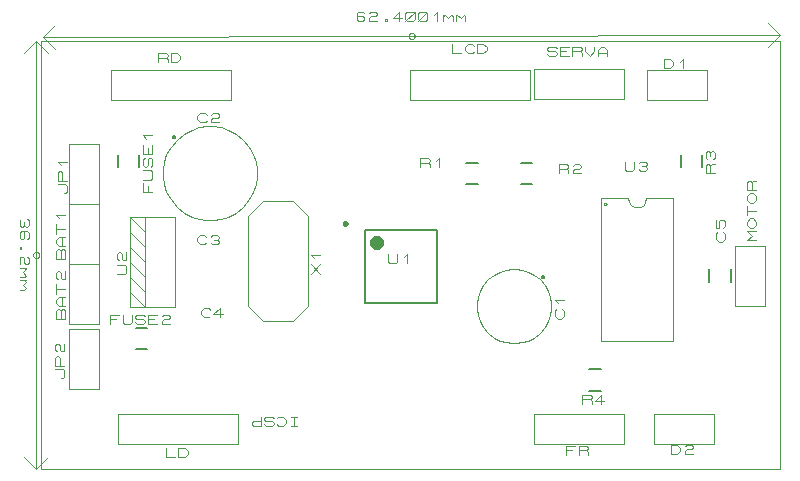
<source format=gbr>
G04 PROTEUS GERBER X2 FILE*
%TF.GenerationSoftware,Labcenter,Proteus,8.15-SP1-Build34318*%
%TF.CreationDate,2024-02-24T08:34:58+00:00*%
%TF.FileFunction,Legend,Top*%
%TF.FilePolarity,Positive*%
%TF.Part,Single*%
%TF.SameCoordinates,{d6b9a477-15e1-4d55-aad5-44706a46bc90}*%
%FSLAX45Y45*%
%MOMM*%
G01*
%TA.AperFunction,Material*%
%ADD28C,0.200000*%
%ADD29C,0.600000*%
%ADD72C,0.250000*%
%ADD73C,0.101600*%
%ADD30C,0.120000*%
%TA.AperFunction,Profile*%
%ADD25C,0.101600*%
%TA.AperFunction,NonMaterial*%
%ADD26C,0.101600*%
%TD.AperFunction*%
D28*
X-6765000Y+6655000D02*
X-6155000Y+6655000D01*
X-6155000Y+7265000D01*
X-6765000Y+7265000D01*
X-6765000Y+6655000D01*
D29*
X-6635000Y+7165000D02*
X-6635103Y+7167489D01*
X-6635945Y+7172469D01*
X-6637705Y+7177449D01*
X-6640582Y+7182429D01*
X-6644983Y+7187345D01*
X-6649963Y+7190959D01*
X-6654943Y+7193264D01*
X-6659923Y+7194567D01*
X-6664903Y+7195000D01*
X-6665000Y+7195000D01*
X-6695000Y+7165000D02*
X-6694897Y+7167489D01*
X-6694055Y+7172469D01*
X-6692295Y+7177449D01*
X-6689418Y+7182429D01*
X-6685017Y+7187345D01*
X-6680037Y+7190959D01*
X-6675057Y+7193264D01*
X-6670077Y+7194567D01*
X-6665097Y+7195000D01*
X-6665000Y+7195000D01*
X-6695000Y+7165000D02*
X-6694897Y+7162511D01*
X-6694055Y+7157531D01*
X-6692295Y+7152551D01*
X-6689418Y+7147571D01*
X-6685017Y+7142655D01*
X-6680037Y+7139041D01*
X-6675057Y+7136736D01*
X-6670077Y+7135433D01*
X-6665097Y+7135000D01*
X-6665000Y+7135000D01*
X-6635000Y+7165000D02*
X-6635103Y+7162511D01*
X-6635945Y+7157531D01*
X-6637705Y+7152551D01*
X-6640582Y+7147571D01*
X-6644983Y+7142655D01*
X-6649963Y+7139041D01*
X-6654943Y+7136736D01*
X-6659923Y+7135433D01*
X-6664903Y+7135000D01*
X-6665000Y+7135000D01*
D72*
X-6917500Y+7325000D02*
X-6917543Y+7326039D01*
X-6917895Y+7328118D01*
X-6918632Y+7330197D01*
X-6919836Y+7332276D01*
X-6921677Y+7334326D01*
X-6923756Y+7335829D01*
X-6925835Y+7336786D01*
X-6927914Y+7337325D01*
X-6929993Y+7337500D01*
X-6930000Y+7337500D01*
X-6942500Y+7325000D02*
X-6942457Y+7326039D01*
X-6942105Y+7328118D01*
X-6941368Y+7330197D01*
X-6940164Y+7332276D01*
X-6938323Y+7334326D01*
X-6936244Y+7335829D01*
X-6934165Y+7336786D01*
X-6932086Y+7337325D01*
X-6930007Y+7337500D01*
X-6930000Y+7337500D01*
X-6942500Y+7325000D02*
X-6942457Y+7323961D01*
X-6942105Y+7321882D01*
X-6941368Y+7319803D01*
X-6940164Y+7317724D01*
X-6938323Y+7315674D01*
X-6936244Y+7314171D01*
X-6934165Y+7313214D01*
X-6932086Y+7312675D01*
X-6930007Y+7312500D01*
X-6930000Y+7312500D01*
X-6917500Y+7325000D02*
X-6917543Y+7323961D01*
X-6917895Y+7321882D01*
X-6918632Y+7319803D01*
X-6919836Y+7317724D01*
X-6921677Y+7315674D01*
X-6923756Y+7314171D01*
X-6925835Y+7313214D01*
X-6927914Y+7312675D01*
X-6929993Y+7312500D01*
X-6930000Y+7312500D01*
D73*
X-6566680Y+7061600D02*
X-6566680Y+6998100D01*
X-6553345Y+6985400D01*
X-6500005Y+6985400D01*
X-6486670Y+6998100D01*
X-6486670Y+7061600D01*
X-6433330Y+7036200D02*
X-6406660Y+7061600D01*
X-6406660Y+6985400D01*
D30*
X-5185000Y+6625000D02*
X-5186010Y+6650207D01*
X-5194212Y+6700622D01*
X-5211314Y+6751037D01*
X-5239060Y+6801452D01*
X-5281390Y+6851792D01*
X-5331805Y+6891337D01*
X-5382220Y+6917152D01*
X-5432635Y+6932712D01*
X-5483050Y+6939544D01*
X-5500000Y+6940000D01*
X-5815000Y+6625000D02*
X-5813990Y+6650207D01*
X-5805788Y+6700622D01*
X-5788686Y+6751037D01*
X-5760940Y+6801452D01*
X-5718610Y+6851792D01*
X-5668195Y+6891337D01*
X-5617780Y+6917152D01*
X-5567365Y+6932712D01*
X-5516950Y+6939544D01*
X-5500000Y+6940000D01*
X-5815000Y+6625000D02*
X-5813990Y+6599793D01*
X-5805788Y+6549378D01*
X-5788686Y+6498963D01*
X-5760940Y+6448548D01*
X-5718610Y+6398208D01*
X-5668195Y+6358663D01*
X-5617780Y+6332848D01*
X-5567365Y+6317288D01*
X-5516950Y+6310456D01*
X-5500000Y+6310000D01*
X-5185000Y+6625000D02*
X-5186010Y+6599793D01*
X-5194212Y+6549378D01*
X-5211314Y+6498963D01*
X-5239060Y+6448548D01*
X-5281390Y+6398208D01*
X-5331805Y+6358663D01*
X-5382220Y+6332848D01*
X-5432635Y+6317288D01*
X-5483050Y+6310456D01*
X-5500000Y+6310000D01*
D28*
X-5245000Y+6870000D02*
X-5245035Y+6870831D01*
X-5245316Y+6872495D01*
X-5245906Y+6874159D01*
X-5246870Y+6875823D01*
X-5248345Y+6877464D01*
X-5250009Y+6878665D01*
X-5251673Y+6879430D01*
X-5253337Y+6879861D01*
X-5255000Y+6880000D01*
X-5265000Y+6870000D02*
X-5264965Y+6870831D01*
X-5264684Y+6872495D01*
X-5264094Y+6874159D01*
X-5263130Y+6875823D01*
X-5261655Y+6877464D01*
X-5259991Y+6878665D01*
X-5258327Y+6879430D01*
X-5256663Y+6879861D01*
X-5255000Y+6880000D01*
X-5265000Y+6870000D02*
X-5264965Y+6869169D01*
X-5264684Y+6867505D01*
X-5264094Y+6865841D01*
X-5263130Y+6864177D01*
X-5261655Y+6862536D01*
X-5259991Y+6861335D01*
X-5258327Y+6860570D01*
X-5256663Y+6860139D01*
X-5255000Y+6860000D01*
X-5245000Y+6870000D02*
X-5245035Y+6869169D01*
X-5245316Y+6867505D01*
X-5245906Y+6865841D01*
X-5246870Y+6864177D01*
X-5248345Y+6862536D01*
X-5250009Y+6861335D01*
X-5251673Y+6860570D01*
X-5253337Y+6860139D01*
X-5255000Y+6860000D01*
D73*
X-5090100Y+6598330D02*
X-5077400Y+6584995D01*
X-5077400Y+6544990D01*
X-5102800Y+6518320D01*
X-5128200Y+6518320D01*
X-5153600Y+6544990D01*
X-5153600Y+6584995D01*
X-5140900Y+6598330D01*
X-5128200Y+6651670D02*
X-5153600Y+6678340D01*
X-5077400Y+6678340D01*
X-8107670Y+7161100D02*
X-8121005Y+7148400D01*
X-8161010Y+7148400D01*
X-8187680Y+7173800D01*
X-8187680Y+7199200D01*
X-8161010Y+7224600D01*
X-8121005Y+7224600D01*
X-8107670Y+7211900D01*
X-8067665Y+7211900D02*
X-8054330Y+7224600D01*
X-8014325Y+7224600D01*
X-8000990Y+7211900D01*
X-8000990Y+7199200D01*
X-8014325Y+7186500D01*
X-8000990Y+7173800D01*
X-8000990Y+7161100D01*
X-8014325Y+7148400D01*
X-8054330Y+7148400D01*
X-8067665Y+7161100D01*
X-8040995Y+7186500D02*
X-8014325Y+7186500D01*
X-9271000Y+6477000D02*
X-9017000Y+6477000D01*
X-9017000Y+6985000D01*
X-9271000Y+6985000D01*
X-9271000Y+6477000D01*
X-9301480Y+6517640D02*
X-9377680Y+6517640D01*
X-9377680Y+6584315D01*
X-9364980Y+6597650D01*
X-9352280Y+6597650D01*
X-9339580Y+6584315D01*
X-9326880Y+6597650D01*
X-9314180Y+6597650D01*
X-9301480Y+6584315D01*
X-9301480Y+6517640D01*
X-9339580Y+6517640D02*
X-9339580Y+6584315D01*
X-9301480Y+6624320D02*
X-9352280Y+6624320D01*
X-9377680Y+6650990D01*
X-9377680Y+6677660D01*
X-9352280Y+6704330D01*
X-9301480Y+6704330D01*
X-9326880Y+6624320D02*
X-9326880Y+6704330D01*
X-9377680Y+6731000D02*
X-9377680Y+6811010D01*
X-9377680Y+6771005D02*
X-9301480Y+6771005D01*
X-9364980Y+6851015D02*
X-9377680Y+6864350D01*
X-9377680Y+6904355D01*
X-9364980Y+6917690D01*
X-9352280Y+6917690D01*
X-9339580Y+6904355D01*
X-9339580Y+6864350D01*
X-9326880Y+6851015D01*
X-9301480Y+6851015D01*
X-9301480Y+6917690D01*
X-9271000Y+6985000D02*
X-9017000Y+6985000D01*
X-9017000Y+7493000D01*
X-9271000Y+7493000D01*
X-9271000Y+6985000D01*
X-9301480Y+7025640D02*
X-9377680Y+7025640D01*
X-9377680Y+7092315D01*
X-9364980Y+7105650D01*
X-9352280Y+7105650D01*
X-9339580Y+7092315D01*
X-9326880Y+7105650D01*
X-9314180Y+7105650D01*
X-9301480Y+7092315D01*
X-9301480Y+7025640D01*
X-9339580Y+7025640D02*
X-9339580Y+7092315D01*
X-9301480Y+7132320D02*
X-9352280Y+7132320D01*
X-9377680Y+7158990D01*
X-9377680Y+7185660D01*
X-9352280Y+7212330D01*
X-9301480Y+7212330D01*
X-9326880Y+7132320D02*
X-9326880Y+7212330D01*
X-9377680Y+7239000D02*
X-9377680Y+7319010D01*
X-9377680Y+7279005D02*
X-9301480Y+7279005D01*
X-9352280Y+7372350D02*
X-9377680Y+7399020D01*
X-9301480Y+7399020D01*
X-9271000Y+5920220D02*
X-9017000Y+5920220D01*
X-9017000Y+6428220D01*
X-9271000Y+6428220D01*
X-9271000Y+5920220D01*
X-9334120Y+6014200D02*
X-9321420Y+6014200D01*
X-9308720Y+6027535D01*
X-9308720Y+6080875D01*
X-9321420Y+6094210D01*
X-9384920Y+6094210D01*
X-9308720Y+6120880D02*
X-9384920Y+6120880D01*
X-9384920Y+6187555D01*
X-9372220Y+6200890D01*
X-9359520Y+6200890D01*
X-9346820Y+6187555D01*
X-9346820Y+6120880D01*
X-9372220Y+6240895D02*
X-9384920Y+6254230D01*
X-9384920Y+6294235D01*
X-9372220Y+6307570D01*
X-9359520Y+6307570D01*
X-9346820Y+6294235D01*
X-9346820Y+6254230D01*
X-9334120Y+6240895D01*
X-9308720Y+6240895D01*
X-9308720Y+6307570D01*
D28*
X-5445000Y+7660000D02*
X-5345000Y+7660000D01*
X-5445000Y+7840000D02*
X-5345000Y+7840000D01*
D73*
X-5120680Y+7748400D02*
X-5120680Y+7824600D01*
X-5054005Y+7824600D01*
X-5040670Y+7811900D01*
X-5040670Y+7799200D01*
X-5054005Y+7786500D01*
X-5120680Y+7786500D01*
X-5054005Y+7786500D02*
X-5040670Y+7773800D01*
X-5040670Y+7748400D01*
X-5000665Y+7811900D02*
X-4987330Y+7824600D01*
X-4947325Y+7824600D01*
X-4933990Y+7811900D01*
X-4933990Y+7799200D01*
X-4947325Y+7786500D01*
X-4987330Y+7786500D01*
X-5000665Y+7773800D01*
X-5000665Y+7748400D01*
X-4933990Y+7748400D01*
D28*
X-4765000Y+6090000D02*
X-4865000Y+6090000D01*
X-4765000Y+5910000D02*
X-4865000Y+5910000D01*
D73*
X-4921680Y+5798400D02*
X-4921680Y+5874600D01*
X-4855005Y+5874600D01*
X-4841670Y+5861900D01*
X-4841670Y+5849200D01*
X-4855005Y+5836500D01*
X-4921680Y+5836500D01*
X-4855005Y+5836500D02*
X-4841670Y+5823800D01*
X-4841670Y+5798400D01*
X-4734990Y+5823800D02*
X-4815000Y+5823800D01*
X-4761660Y+5874600D01*
X-4761660Y+5798400D01*
X-4762000Y+7537020D02*
X-4533400Y+7537020D01*
X-4527521Y+7507031D01*
X-4511373Y+7482846D01*
X-4487189Y+7466699D01*
X-4457200Y+7460820D01*
X-4381000Y+7537020D02*
X-4386879Y+7507031D01*
X-4403027Y+7482846D01*
X-4427211Y+7466699D01*
X-4457200Y+7460820D01*
X-4381000Y+7537020D02*
X-4152400Y+7537020D01*
X-4685800Y+6327980D02*
X-4228600Y+6327980D01*
X-4762000Y+7504000D02*
X-4762000Y+6361000D01*
X-4152400Y+7504000D02*
X-4152400Y+6361000D01*
X-4762000Y+7504000D02*
X-4762000Y+7537020D01*
X-4152400Y+7537020D02*
X-4152400Y+7504000D01*
X-4228600Y+6327980D02*
X-4152400Y+6327980D01*
X-4152400Y+6361000D01*
X-4762000Y+6361000D02*
X-4762000Y+6327980D01*
X-4685800Y+6327980D01*
X-4716280Y+7487744D02*
X-4716315Y+7488589D01*
X-4716602Y+7490280D01*
X-4717201Y+7491971D01*
X-4718181Y+7493662D01*
X-4719681Y+7495330D01*
X-4721372Y+7496550D01*
X-4723063Y+7497326D01*
X-4724754Y+7497763D01*
X-4726440Y+7497904D01*
X-4736600Y+7487744D02*
X-4736565Y+7488589D01*
X-4736278Y+7490280D01*
X-4735679Y+7491971D01*
X-4734699Y+7493662D01*
X-4733199Y+7495330D01*
X-4731508Y+7496550D01*
X-4729817Y+7497326D01*
X-4728126Y+7497763D01*
X-4726440Y+7497904D01*
X-4736600Y+7487744D02*
X-4736565Y+7486899D01*
X-4736278Y+7485208D01*
X-4735679Y+7483517D01*
X-4734699Y+7481826D01*
X-4733199Y+7480158D01*
X-4731508Y+7478938D01*
X-4729817Y+7478162D01*
X-4728126Y+7477725D01*
X-4726440Y+7477584D01*
X-4716280Y+7487744D02*
X-4716315Y+7486899D01*
X-4716602Y+7485208D01*
X-4717201Y+7483517D01*
X-4718181Y+7481826D01*
X-4719681Y+7480158D01*
X-4721372Y+7478938D01*
X-4723063Y+7478162D01*
X-4724754Y+7477725D01*
X-4726440Y+7477584D01*
X-4563880Y+7846900D02*
X-4563880Y+7783400D01*
X-4550545Y+7770700D01*
X-4497205Y+7770700D01*
X-4483870Y+7783400D01*
X-4483870Y+7846900D01*
X-4443865Y+7834200D02*
X-4430530Y+7846900D01*
X-4390525Y+7846900D01*
X-4377190Y+7834200D01*
X-4377190Y+7821500D01*
X-4390525Y+7808800D01*
X-4377190Y+7796100D01*
X-4377190Y+7783400D01*
X-4390525Y+7770700D01*
X-4430530Y+7770700D01*
X-4443865Y+7783400D01*
X-4417195Y+7808800D02*
X-4390525Y+7808800D01*
X-7246000Y+7385000D02*
X-7246000Y+6623000D01*
X-7373000Y+6496000D01*
X-7627000Y+6496000D01*
X-7754000Y+6623000D01*
X-7754000Y+7385000D01*
X-7627000Y+7512000D01*
X-7373000Y+7512000D01*
X-7246000Y+7385000D01*
X-7215520Y+6897320D02*
X-7139320Y+6977330D01*
X-7139320Y+6897320D02*
X-7215520Y+6977330D01*
X-7190120Y+7030670D02*
X-7215520Y+7057340D01*
X-7139320Y+7057340D01*
D30*
X-7675000Y+7750000D02*
X-7676256Y+7781670D01*
X-7686448Y+7845011D01*
X-7707679Y+7908352D01*
X-7742055Y+7971693D01*
X-7794349Y+8035018D01*
X-7857690Y+8085822D01*
X-7921031Y+8119180D01*
X-7984372Y+8139598D01*
X-8047713Y+8149068D01*
X-8075000Y+8150000D01*
X-8475000Y+7750000D02*
X-8473744Y+7781670D01*
X-8463552Y+7845011D01*
X-8442321Y+7908352D01*
X-8407945Y+7971693D01*
X-8355651Y+8035018D01*
X-8292310Y+8085822D01*
X-8228969Y+8119180D01*
X-8165628Y+8139598D01*
X-8102287Y+8149068D01*
X-8075000Y+8150000D01*
X-8475000Y+7750000D02*
X-8473744Y+7718330D01*
X-8463552Y+7654989D01*
X-8442321Y+7591648D01*
X-8407945Y+7528307D01*
X-8355651Y+7464982D01*
X-8292310Y+7414178D01*
X-8228969Y+7380820D01*
X-8165628Y+7360402D01*
X-8102287Y+7350932D01*
X-8075000Y+7350000D01*
X-7675000Y+7750000D02*
X-7676256Y+7718330D01*
X-7686448Y+7654989D01*
X-7707679Y+7591648D01*
X-7742055Y+7528307D01*
X-7794349Y+7464982D01*
X-7857690Y+7414178D01*
X-7921031Y+7380820D01*
X-7984372Y+7360402D01*
X-8047713Y+7350932D01*
X-8075000Y+7350000D01*
D28*
X-8370000Y+8055000D02*
X-8370035Y+8055831D01*
X-8370316Y+8057495D01*
X-8370906Y+8059159D01*
X-8371870Y+8060823D01*
X-8373345Y+8062464D01*
X-8375009Y+8063665D01*
X-8376673Y+8064430D01*
X-8378337Y+8064861D01*
X-8380000Y+8065000D01*
X-8390000Y+8055000D02*
X-8389965Y+8055831D01*
X-8389684Y+8057495D01*
X-8389094Y+8059159D01*
X-8388130Y+8060823D01*
X-8386655Y+8062464D01*
X-8384991Y+8063665D01*
X-8383327Y+8064430D01*
X-8381663Y+8064861D01*
X-8380000Y+8065000D01*
X-8390000Y+8055000D02*
X-8389965Y+8054169D01*
X-8389684Y+8052505D01*
X-8389094Y+8050841D01*
X-8388130Y+8049177D01*
X-8386655Y+8047536D01*
X-8384991Y+8046335D01*
X-8383327Y+8045570D01*
X-8381663Y+8045139D01*
X-8380000Y+8045000D01*
X-8370000Y+8055000D02*
X-8370035Y+8054169D01*
X-8370316Y+8052505D01*
X-8370906Y+8050841D01*
X-8371870Y+8049177D01*
X-8373345Y+8047536D01*
X-8375009Y+8046335D01*
X-8376673Y+8045570D01*
X-8378337Y+8045139D01*
X-8380000Y+8045000D01*
D73*
X-8101670Y+8194100D02*
X-8115005Y+8181400D01*
X-8155010Y+8181400D01*
X-8181680Y+8206800D01*
X-8181680Y+8232200D01*
X-8155010Y+8257600D01*
X-8115005Y+8257600D01*
X-8101670Y+8244900D01*
X-8061665Y+8244900D02*
X-8048330Y+8257600D01*
X-8008325Y+8257600D01*
X-7994990Y+8244900D01*
X-7994990Y+8232200D01*
X-8008325Y+8219500D01*
X-8048330Y+8219500D01*
X-8061665Y+8206800D01*
X-8061665Y+8181400D01*
X-7994990Y+8181400D01*
X-8071670Y+6542100D02*
X-8085005Y+6529400D01*
X-8125010Y+6529400D01*
X-8151680Y+6554800D01*
X-8151680Y+6580200D01*
X-8125010Y+6605600D01*
X-8085005Y+6605600D01*
X-8071670Y+6592900D01*
X-7964990Y+6554800D02*
X-8045000Y+6554800D01*
X-7991660Y+6605600D01*
X-7991660Y+6529400D01*
X-6381000Y+8373000D02*
X-5365000Y+8373000D01*
X-5365000Y+8627000D01*
X-6381000Y+8627000D01*
X-6381000Y+8373000D01*
X-6025020Y+8842520D02*
X-6025020Y+8766320D01*
X-5945010Y+8766320D01*
X-5838330Y+8779020D02*
X-5851665Y+8766320D01*
X-5891670Y+8766320D01*
X-5918340Y+8791720D01*
X-5918340Y+8817120D01*
X-5891670Y+8842520D01*
X-5851665Y+8842520D01*
X-5838330Y+8829820D01*
X-5811660Y+8766320D02*
X-5811660Y+8842520D01*
X-5758320Y+8842520D01*
X-5731650Y+8817120D01*
X-5731650Y+8791720D01*
X-5758320Y+8766320D01*
X-5811660Y+8766320D01*
X-3627000Y+6623000D02*
X-3373000Y+6623000D01*
X-3373000Y+7131000D01*
X-3627000Y+7131000D01*
X-3627000Y+6623000D01*
X-3447480Y+7180300D02*
X-3523680Y+7180300D01*
X-3485580Y+7220305D01*
X-3523680Y+7260310D01*
X-3447480Y+7260310D01*
X-3498280Y+7286980D02*
X-3523680Y+7313650D01*
X-3523680Y+7340320D01*
X-3498280Y+7366990D01*
X-3472880Y+7366990D01*
X-3447480Y+7340320D01*
X-3447480Y+7313650D01*
X-3472880Y+7286980D01*
X-3498280Y+7286980D01*
X-3523680Y+7393660D02*
X-3523680Y+7473670D01*
X-3523680Y+7433665D02*
X-3447480Y+7433665D01*
X-3498280Y+7500340D02*
X-3523680Y+7527010D01*
X-3523680Y+7553680D01*
X-3498280Y+7580350D01*
X-3472880Y+7580350D01*
X-3447480Y+7553680D01*
X-3447480Y+7527010D01*
X-3472880Y+7500340D01*
X-3498280Y+7500340D01*
X-3447480Y+7607020D02*
X-3523680Y+7607020D01*
X-3523680Y+7673695D01*
X-3510980Y+7687030D01*
X-3498280Y+7687030D01*
X-3485580Y+7673695D01*
X-3485580Y+7607020D01*
X-3485580Y+7673695D02*
X-3472880Y+7687030D01*
X-3447480Y+7687030D01*
X-9271000Y+7493000D02*
X-9017000Y+7493000D01*
X-9017000Y+8001000D01*
X-9271000Y+8001000D01*
X-9271000Y+7493000D01*
X-9312720Y+7578980D02*
X-9300020Y+7578980D01*
X-9287320Y+7592315D01*
X-9287320Y+7645655D01*
X-9300020Y+7658990D01*
X-9363520Y+7658990D01*
X-9287320Y+7685660D02*
X-9363520Y+7685660D01*
X-9363520Y+7752335D01*
X-9350820Y+7765670D01*
X-9338120Y+7765670D01*
X-9325420Y+7752335D01*
X-9325420Y+7685660D01*
X-9338120Y+7819010D02*
X-9363520Y+7845680D01*
X-9287320Y+7845680D01*
D28*
X-5805000Y+7840000D02*
X-5905000Y+7840000D01*
X-5805000Y+7660000D02*
X-5905000Y+7660000D01*
D73*
X-6294680Y+7798400D02*
X-6294680Y+7874600D01*
X-6228005Y+7874600D01*
X-6214670Y+7861900D01*
X-6214670Y+7849200D01*
X-6228005Y+7836500D01*
X-6294680Y+7836500D01*
X-6228005Y+7836500D02*
X-6214670Y+7823800D01*
X-6214670Y+7798400D01*
X-6161330Y+7849200D02*
X-6134660Y+7874600D01*
X-6134660Y+7798400D01*
D28*
X-4090000Y+7905000D02*
X-4090000Y+7805000D01*
X-3910000Y+7905000D02*
X-3910000Y+7805000D01*
D73*
X-3798400Y+7748320D02*
X-3874600Y+7748320D01*
X-3874600Y+7814995D01*
X-3861900Y+7828330D01*
X-3849200Y+7828330D01*
X-3836500Y+7814995D01*
X-3836500Y+7748320D01*
X-3836500Y+7814995D02*
X-3823800Y+7828330D01*
X-3798400Y+7828330D01*
X-3861900Y+7868335D02*
X-3874600Y+7881670D01*
X-3874600Y+7921675D01*
X-3861900Y+7935010D01*
X-3849200Y+7935010D01*
X-3836500Y+7921675D01*
X-3823800Y+7935010D01*
X-3811100Y+7935010D01*
X-3798400Y+7921675D01*
X-3798400Y+7881670D01*
X-3811100Y+7868335D01*
X-3836500Y+7895005D02*
X-3836500Y+7921675D01*
X-8627000Y+6619000D02*
X-8373000Y+6619000D01*
X-8373000Y+7381000D01*
X-8627000Y+7381000D01*
X-8627000Y+6619000D01*
X-8754000Y+6619000D01*
X-8754000Y+7381000D01*
X-8627000Y+7381000D01*
X-8627000Y+6619000D02*
X-8754000Y+6746000D01*
X-8627000Y+6746000D02*
X-8754000Y+6873000D01*
X-8627000Y+6873000D02*
X-8754000Y+7000000D01*
X-8627000Y+7000000D02*
X-8754000Y+7127000D01*
X-8627000Y+7127000D02*
X-8754000Y+7254000D01*
X-8627000Y+7254000D02*
X-8754000Y+7381000D01*
X-8860680Y+6893320D02*
X-8797180Y+6893320D01*
X-8784480Y+6906655D01*
X-8784480Y+6959995D01*
X-8797180Y+6973330D01*
X-8860680Y+6973330D01*
X-8847980Y+7013335D02*
X-8860680Y+7026670D01*
X-8860680Y+7066675D01*
X-8847980Y+7080010D01*
X-8835280Y+7080010D01*
X-8822580Y+7066675D01*
X-8822580Y+7026670D01*
X-8809880Y+7013335D01*
X-8784480Y+7013335D01*
X-8784480Y+7080010D01*
X-4318000Y+5461000D02*
X-3810000Y+5461000D01*
X-3810000Y+5715000D01*
X-4318000Y+5715000D01*
X-4318000Y+5461000D01*
X-4170680Y+5372480D02*
X-4170680Y+5448680D01*
X-4117340Y+5448680D01*
X-4090670Y+5423280D01*
X-4090670Y+5397880D01*
X-4117340Y+5372480D01*
X-4170680Y+5372480D01*
X-4050665Y+5435980D02*
X-4037330Y+5448680D01*
X-3997325Y+5448680D01*
X-3983990Y+5435980D01*
X-3983990Y+5423280D01*
X-3997325Y+5410580D01*
X-4037330Y+5410580D01*
X-4050665Y+5397880D01*
X-4050665Y+5372480D01*
X-3983990Y+5372480D01*
X-4377000Y+8373000D02*
X-3869000Y+8373000D01*
X-3869000Y+8627000D01*
X-4377000Y+8627000D01*
X-4377000Y+8373000D01*
X-4229680Y+8639320D02*
X-4229680Y+8715520D01*
X-4176340Y+8715520D01*
X-4149670Y+8690120D01*
X-4149670Y+8664720D01*
X-4176340Y+8639320D01*
X-4229680Y+8639320D01*
X-4096330Y+8690120D02*
X-4069660Y+8715520D01*
X-4069660Y+8639320D01*
X-8851000Y+5460000D02*
X-7835000Y+5460000D01*
X-7835000Y+5714000D01*
X-8851000Y+5714000D01*
X-8851000Y+5460000D01*
X-8449680Y+5421520D02*
X-8449680Y+5345320D01*
X-8369670Y+5345320D01*
X-8343000Y+5345320D02*
X-8343000Y+5421520D01*
X-8289660Y+5421520D01*
X-8262990Y+5396120D01*
X-8262990Y+5370720D01*
X-8289660Y+5345320D01*
X-8343000Y+5345320D01*
X-8915000Y+8370000D02*
X-7899000Y+8370000D01*
X-7899000Y+8624000D01*
X-8915000Y+8624000D01*
X-8915000Y+8370000D01*
X-8513680Y+8687120D02*
X-8513680Y+8763320D01*
X-8447005Y+8763320D01*
X-8433670Y+8750620D01*
X-8433670Y+8737920D01*
X-8447005Y+8725220D01*
X-8513680Y+8725220D01*
X-8447005Y+8725220D02*
X-8433670Y+8712520D01*
X-8433670Y+8687120D01*
X-8407000Y+8687120D02*
X-8407000Y+8763320D01*
X-8353660Y+8763320D01*
X-8326990Y+8737920D01*
X-8326990Y+8712520D01*
X-8353660Y+8687120D01*
X-8407000Y+8687120D01*
D25*
X-9504000Y+5246000D02*
X-3250000Y+5246000D01*
X-3250000Y+8873000D01*
X-9504000Y+8873000D01*
X-9504000Y+5246000D01*
D73*
X-7334775Y+5611380D02*
X-7388115Y+5611380D01*
X-7361445Y+5611380D02*
X-7361445Y+5687580D01*
X-7334775Y+5687580D02*
X-7388115Y+5687580D01*
X-7508130Y+5674880D02*
X-7494795Y+5687580D01*
X-7454790Y+5687580D01*
X-7428120Y+5662180D01*
X-7428120Y+5636780D01*
X-7454790Y+5611380D01*
X-7494795Y+5611380D01*
X-7508130Y+5624080D01*
X-7534800Y+5674880D02*
X-7548135Y+5687580D01*
X-7601475Y+5687580D01*
X-7614810Y+5674880D01*
X-7614810Y+5662180D01*
X-7601475Y+5649480D01*
X-7548135Y+5649480D01*
X-7534800Y+5636780D01*
X-7534800Y+5624080D01*
X-7548135Y+5611380D01*
X-7601475Y+5611380D01*
X-7614810Y+5624080D01*
X-7641480Y+5687580D02*
X-7641480Y+5611380D01*
X-7708155Y+5611380D01*
X-7721490Y+5624080D01*
X-7721490Y+5636780D01*
X-7708155Y+5649480D01*
X-7641480Y+5649480D01*
X-5334000Y+8382000D02*
X-4572000Y+8382000D01*
X-4572000Y+8636000D01*
X-5334000Y+8636000D01*
X-5334000Y+8382000D01*
X-5219700Y+8755380D02*
X-5206365Y+8742680D01*
X-5153025Y+8742680D01*
X-5139690Y+8755380D01*
X-5139690Y+8768080D01*
X-5153025Y+8780780D01*
X-5206365Y+8780780D01*
X-5219700Y+8793480D01*
X-5219700Y+8806180D01*
X-5206365Y+8818880D01*
X-5153025Y+8818880D01*
X-5139690Y+8806180D01*
X-5033010Y+8742680D02*
X-5113020Y+8742680D01*
X-5113020Y+8818880D01*
X-5033010Y+8818880D01*
X-5113020Y+8780780D02*
X-5059680Y+8780780D01*
X-5006340Y+8742680D02*
X-5006340Y+8818880D01*
X-4939665Y+8818880D01*
X-4926330Y+8806180D01*
X-4926330Y+8793480D01*
X-4939665Y+8780780D01*
X-5006340Y+8780780D01*
X-4939665Y+8780780D02*
X-4926330Y+8768080D01*
X-4926330Y+8742680D01*
X-4899660Y+8818880D02*
X-4899660Y+8780780D01*
X-4859655Y+8742680D01*
X-4819650Y+8780780D01*
X-4819650Y+8818880D01*
X-4792980Y+8742680D02*
X-4792980Y+8793480D01*
X-4766310Y+8818880D01*
X-4739640Y+8818880D01*
X-4712970Y+8793480D01*
X-4712970Y+8742680D01*
X-4792980Y+8768080D02*
X-4712970Y+8768080D01*
X-5334000Y+5461000D02*
X-4572000Y+5461000D01*
X-4572000Y+5715000D01*
X-5334000Y+5715000D01*
X-5334000Y+5461000D01*
X-5059680Y+5364480D02*
X-5059680Y+5440680D01*
X-4979670Y+5440680D01*
X-5059680Y+5402580D02*
X-5006340Y+5402580D01*
X-4953000Y+5364480D02*
X-4953000Y+5440680D01*
X-4886325Y+5440680D01*
X-4872990Y+5427980D01*
X-4872990Y+5415280D01*
X-4886325Y+5402580D01*
X-4953000Y+5402580D01*
X-4886325Y+5402580D02*
X-4872990Y+5389880D01*
X-4872990Y+5364480D01*
D28*
X-8853000Y+7906000D02*
X-8853000Y+7806000D01*
X-8673000Y+7906000D02*
X-8673000Y+7806000D01*
D73*
X-8561400Y+7589300D02*
X-8637600Y+7589300D01*
X-8637600Y+7669310D01*
X-8599500Y+7589300D02*
X-8599500Y+7642640D01*
X-8637600Y+7695980D02*
X-8574100Y+7695980D01*
X-8561400Y+7709315D01*
X-8561400Y+7762655D01*
X-8574100Y+7775990D01*
X-8637600Y+7775990D01*
X-8574100Y+7802660D02*
X-8561400Y+7815995D01*
X-8561400Y+7869335D01*
X-8574100Y+7882670D01*
X-8586800Y+7882670D01*
X-8599500Y+7869335D01*
X-8599500Y+7815995D01*
X-8612200Y+7802660D01*
X-8624900Y+7802660D01*
X-8637600Y+7815995D01*
X-8637600Y+7869335D01*
X-8624900Y+7882670D01*
X-8561400Y+7989350D02*
X-8561400Y+7909340D01*
X-8637600Y+7909340D01*
X-8637600Y+7989350D01*
X-8599500Y+7909340D02*
X-8599500Y+7962680D01*
X-8612200Y+8042690D02*
X-8637600Y+8069360D01*
X-8561400Y+8069360D01*
D28*
X-8704000Y+6260000D02*
X-8604000Y+6260000D01*
X-8704000Y+6440000D02*
X-8604000Y+6440000D01*
D73*
X-8920700Y+6475400D02*
X-8920700Y+6551600D01*
X-8840690Y+6551600D01*
X-8920700Y+6513500D02*
X-8867360Y+6513500D01*
X-8814020Y+6551600D02*
X-8814020Y+6488100D01*
X-8800685Y+6475400D01*
X-8747345Y+6475400D01*
X-8734010Y+6488100D01*
X-8734010Y+6551600D01*
X-8707340Y+6488100D02*
X-8694005Y+6475400D01*
X-8640665Y+6475400D01*
X-8627330Y+6488100D01*
X-8627330Y+6500800D01*
X-8640665Y+6513500D01*
X-8694005Y+6513500D01*
X-8707340Y+6526200D01*
X-8707340Y+6538900D01*
X-8694005Y+6551600D01*
X-8640665Y+6551600D01*
X-8627330Y+6538900D01*
X-8520650Y+6475400D02*
X-8600660Y+6475400D01*
X-8600660Y+6551600D01*
X-8520650Y+6551600D01*
X-8600660Y+6513500D02*
X-8547320Y+6513500D01*
X-8480645Y+6538900D02*
X-8467310Y+6551600D01*
X-8427305Y+6551600D01*
X-8413970Y+6538900D01*
X-8413970Y+6526200D01*
X-8427305Y+6513500D01*
X-8467310Y+6513500D01*
X-8480645Y+6500800D01*
X-8480645Y+6475400D01*
X-8413970Y+6475400D01*
D28*
X-3847000Y+6941000D02*
X-3847000Y+6831000D01*
X-3667000Y+6941000D02*
X-3667000Y+6831000D01*
D73*
X-3728100Y+7249330D02*
X-3715400Y+7235995D01*
X-3715400Y+7195990D01*
X-3740800Y+7169320D01*
X-3766200Y+7169320D01*
X-3791600Y+7195990D01*
X-3791600Y+7235995D01*
X-3778900Y+7249330D01*
X-3791600Y+7356010D02*
X-3791600Y+7289335D01*
X-3766200Y+7289335D01*
X-3766200Y+7342675D01*
X-3753500Y+7356010D01*
X-3728100Y+7356010D01*
X-3715400Y+7342675D01*
X-3715400Y+7302670D01*
X-3728100Y+7289335D01*
D26*
X-9546000Y+8867000D02*
X-9546000Y+5247000D01*
X-9546000Y+8867000D02*
X-9647600Y+8765400D01*
X-9546000Y+8867000D02*
X-9444400Y+8765400D01*
X-9546000Y+5247000D02*
X-9444400Y+5348600D01*
X-9546000Y+5247000D02*
X-9647600Y+5348600D01*
X-9520600Y+7057000D02*
X-9520688Y+7059109D01*
X-9521401Y+7063328D01*
X-9522893Y+7067547D01*
X-9525333Y+7071766D01*
X-9529064Y+7075930D01*
X-9533283Y+7078987D01*
X-9537502Y+7080936D01*
X-9541721Y+7082037D01*
X-9545940Y+7082400D01*
X-9546000Y+7082400D01*
X-9571400Y+7057000D02*
X-9571312Y+7059109D01*
X-9570599Y+7063328D01*
X-9569107Y+7067547D01*
X-9566667Y+7071766D01*
X-9562936Y+7075930D01*
X-9558717Y+7078987D01*
X-9554498Y+7080936D01*
X-9550279Y+7082037D01*
X-9546060Y+7082400D01*
X-9546000Y+7082400D01*
X-9571400Y+7057000D02*
X-9571312Y+7054891D01*
X-9570599Y+7050672D01*
X-9569107Y+7046453D01*
X-9566667Y+7042234D01*
X-9562936Y+7038070D01*
X-9558717Y+7035013D01*
X-9554498Y+7033064D01*
X-9550279Y+7031963D01*
X-9546060Y+7031600D01*
X-9546000Y+7031600D01*
X-9520600Y+7057000D02*
X-9520688Y+7054891D01*
X-9521401Y+7050672D01*
X-9522893Y+7046453D01*
X-9525333Y+7042234D01*
X-9529064Y+7038070D01*
X-9533283Y+7035013D01*
X-9537502Y+7033064D01*
X-9541721Y+7031963D01*
X-9545940Y+7031600D01*
X-9546000Y+7031600D01*
X-9622020Y+7363705D02*
X-9609320Y+7350370D01*
X-9609320Y+7310365D01*
X-9622020Y+7297030D01*
X-9634720Y+7297030D01*
X-9647420Y+7310365D01*
X-9660120Y+7297030D01*
X-9672820Y+7297030D01*
X-9685520Y+7310365D01*
X-9685520Y+7350370D01*
X-9672820Y+7363705D01*
X-9647420Y+7337035D02*
X-9647420Y+7310365D01*
X-9622020Y+7190350D02*
X-9609320Y+7203685D01*
X-9609320Y+7243690D01*
X-9622020Y+7257025D01*
X-9672820Y+7257025D01*
X-9685520Y+7243690D01*
X-9685520Y+7203685D01*
X-9672820Y+7190350D01*
X-9660120Y+7190350D01*
X-9647420Y+7203685D01*
X-9647420Y+7257025D01*
X-9672820Y+7123675D02*
X-9672820Y+7110340D01*
X-9685520Y+7110340D01*
X-9685520Y+7123675D01*
X-9672820Y+7123675D01*
X-9622020Y+7043665D02*
X-9609320Y+7030330D01*
X-9609320Y+6990325D01*
X-9622020Y+6976990D01*
X-9634720Y+6976990D01*
X-9647420Y+6990325D01*
X-9647420Y+7030330D01*
X-9660120Y+7043665D01*
X-9685520Y+7043665D01*
X-9685520Y+6976990D01*
X-9685520Y+6950320D02*
X-9634720Y+6950320D01*
X-9647420Y+6950320D02*
X-9634720Y+6936985D01*
X-9660120Y+6910315D01*
X-9634720Y+6883645D01*
X-9647420Y+6870310D01*
X-9685520Y+6870310D01*
X-9685520Y+6843640D02*
X-9634720Y+6843640D01*
X-9647420Y+6843640D02*
X-9634720Y+6830305D01*
X-9660120Y+6803635D01*
X-9634720Y+6776965D01*
X-9647420Y+6763630D01*
X-9685520Y+6763630D01*
X-9486000Y+8907000D02*
X-3246000Y+8917000D01*
X-9486000Y+8907000D02*
X-9384237Y+8805562D01*
X-9486000Y+8907000D02*
X-9384562Y+9008762D01*
X-3246000Y+8917000D02*
X-3347762Y+9018437D01*
X-3246000Y+8917000D02*
X-3347437Y+8815237D01*
X-6340600Y+8912000D02*
X-6340688Y+8914109D01*
X-6341401Y+8918328D01*
X-6342893Y+8922547D01*
X-6345333Y+8926766D01*
X-6349064Y+8930930D01*
X-6353283Y+8933987D01*
X-6357502Y+8935936D01*
X-6361721Y+8937037D01*
X-6365940Y+8937400D01*
X-6366000Y+8937400D01*
X-6391400Y+8912000D02*
X-6391312Y+8914109D01*
X-6390599Y+8918328D01*
X-6389107Y+8922547D01*
X-6386667Y+8926766D01*
X-6382936Y+8930930D01*
X-6378717Y+8933987D01*
X-6374498Y+8935936D01*
X-6370279Y+8937037D01*
X-6366060Y+8937400D01*
X-6366000Y+8937400D01*
X-6391400Y+8912000D02*
X-6391312Y+8909891D01*
X-6390599Y+8905672D01*
X-6389107Y+8901453D01*
X-6386667Y+8897234D01*
X-6382936Y+8893070D01*
X-6378717Y+8890013D01*
X-6374498Y+8888064D01*
X-6370279Y+8886963D01*
X-6366060Y+8886600D01*
X-6366000Y+8886600D01*
X-6340600Y+8912000D02*
X-6340688Y+8909891D01*
X-6341401Y+8905672D01*
X-6342893Y+8901453D01*
X-6345333Y+8897234D01*
X-6349064Y+8893070D01*
X-6353283Y+8890013D01*
X-6357502Y+8888064D01*
X-6361721Y+8886963D01*
X-6365940Y+8886600D01*
X-6366000Y+8886600D01*
X-6766050Y+9105980D02*
X-6779385Y+9118680D01*
X-6819390Y+9118680D01*
X-6832725Y+9105980D01*
X-6832725Y+9055180D01*
X-6819390Y+9042480D01*
X-6779385Y+9042480D01*
X-6766050Y+9055180D01*
X-6766050Y+9067880D01*
X-6779385Y+9080580D01*
X-6832725Y+9080580D01*
X-6726045Y+9105980D02*
X-6712710Y+9118680D01*
X-6672705Y+9118680D01*
X-6659370Y+9105980D01*
X-6659370Y+9093280D01*
X-6672705Y+9080580D01*
X-6712710Y+9080580D01*
X-6726045Y+9067880D01*
X-6726045Y+9042480D01*
X-6659370Y+9042480D01*
X-6592695Y+9055180D02*
X-6579360Y+9055180D01*
X-6579360Y+9042480D01*
X-6592695Y+9042480D01*
X-6592695Y+9055180D01*
X-6446010Y+9067880D02*
X-6526020Y+9067880D01*
X-6472680Y+9118680D01*
X-6472680Y+9042480D01*
X-6419340Y+9055180D02*
X-6419340Y+9105980D01*
X-6406005Y+9118680D01*
X-6352665Y+9118680D01*
X-6339330Y+9105980D01*
X-6339330Y+9055180D01*
X-6352665Y+9042480D01*
X-6406005Y+9042480D01*
X-6419340Y+9055180D01*
X-6419340Y+9042480D02*
X-6339330Y+9118680D01*
X-6312660Y+9055180D02*
X-6312660Y+9105980D01*
X-6299325Y+9118680D01*
X-6245985Y+9118680D01*
X-6232650Y+9105980D01*
X-6232650Y+9055180D01*
X-6245985Y+9042480D01*
X-6299325Y+9042480D01*
X-6312660Y+9055180D01*
X-6312660Y+9042480D02*
X-6232650Y+9118680D01*
X-6179310Y+9093280D02*
X-6152640Y+9118680D01*
X-6152640Y+9042480D01*
X-6099300Y+9042480D02*
X-6099300Y+9093280D01*
X-6099300Y+9080580D02*
X-6085965Y+9093280D01*
X-6059295Y+9067880D01*
X-6032625Y+9093280D01*
X-6019290Y+9080580D01*
X-6019290Y+9042480D01*
X-5992620Y+9042480D02*
X-5992620Y+9093280D01*
X-5992620Y+9080580D02*
X-5979285Y+9093280D01*
X-5952615Y+9067880D01*
X-5925945Y+9093280D01*
X-5912610Y+9080580D01*
X-5912610Y+9042480D01*
M02*

</source>
